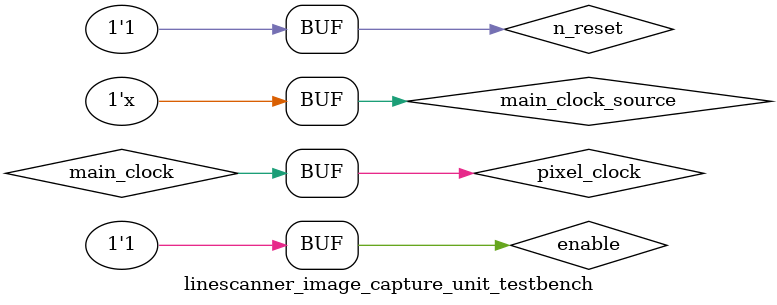
<source format=v>
`timescale 1ns / 1ps


module linescanner_image_capture_unit_testbench;
    reg main_clock_source, n_reset, lval, end_adc, enable;
    reg[7:0] data;
    
    wire[7:0] pixel_data;
    wire main_clock, rst_cvc, rst_cds, sample, load_pulse, pixel_captured, pixel_clock;

    linescanner_image_capture_unit l(
    .enable,
    .data,
    .rst_cvc,
    .rst_cds,
    .sample,
    .end_adc,
    .lval,
    .pixel_clock,
    .main_clock_source,
    .main_clock,
    .n_reset,
    .load_pulse,
    .pixel_data,
    .pixel_captured);

    initial begin
        enable = 1'b1;
        main_clock_source = 1'b0;
        
        lval = 1'b0;
        data = 8'b00000000;
        end_adc = 1'b0;

        n_reset = 1'b1;
        #10 n_reset = 1'b0;
        #10 n_reset = 1'b1;
    end
    
    assign pixel_clock = main_clock;
    always #10 main_clock_source = ~main_clock_source;
    
    always @ (negedge rst_cds)
        #160 end_adc = 1'b1;
    always @ (negedge sample)
        #140 end_adc = 1'b0;
    always @ (posedge load_pulse) begin
        #1000 lval = 1'b1;
        data = 8'b11111111;
    end
        
    always @ (posedge lval) begin
        #5010 lval = 1'b0;
        data = 8'b00000000;
    end
endmodule

</source>
